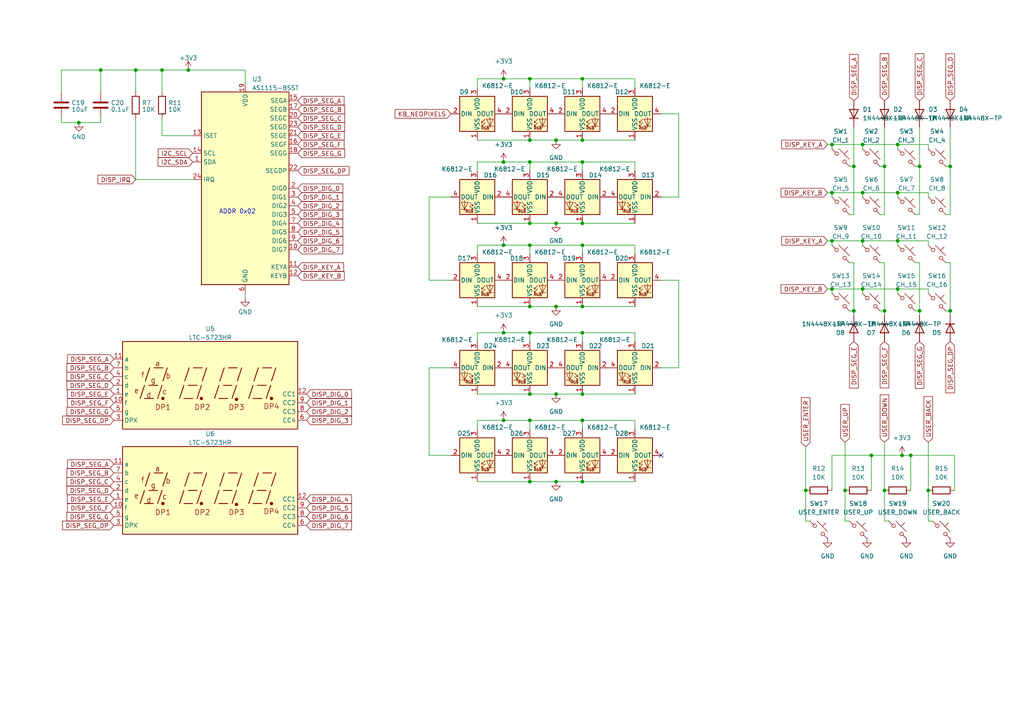
<source format=kicad_sch>
(kicad_sch (version 20250114) (generator "eeschema") (generator_version "9.0")
  (paper "A4")
  (lib_symbols
    (symbol "+3V3_1" (power) (pin_numbers (hide yes)) (pin_names (offset 0) (hide yes))
      (property "Value" "+3V3" (at 0 3.556 0))
      (symbol "+3V3_1_1_1"
        (pin power_in line (at 0 0 90) (length 0) (name "~") (number "1"))
      )
    )
    (symbol "+3V3_2" (power) (pin_numbers (hide yes)) (pin_names (offset 0) (hide yes))
      (property "Value" "+3V3" (at 0 3.556 0))
      (symbol "+3V3_2_1_1"
        (pin power_in line (at 0 0 90) (length 0) (name "~") (number "1"))
      )
    )
    (symbol "Device:C" (pin_numbers (hide yes)) (pin_names (offset 0.254))
      (property "Reference" "C" (at 0.635 2.54 0))
      (property "Value" "C" (at 0.635 -2.54 0))
      (symbol "C_1_1"
        (pin passive line (at 0 3.81 270) (length 2.794) (name "~") (number "1"))
        (pin passive line (at 0 -3.81 90) (length 2.794) (name "~") (number "2"))
      )
    )
    (symbol "Device:D" (pin_numbers (hide yes)) (pin_names (offset 1.016) (hide yes))
      (property "Reference" "D" (at 0 2.54 0))
      (property "Value" "D" (at 0 -2.54 0))
      (symbol "D_1_1"
        (pin passive line (at -3.81 0 0) (length 2.54) (name "K") (number "1"))
        (pin passive line (at 3.81 0 180) (length 2.54) (name "A") (number "2"))
      )
    )
    (symbol "Device:R" (pin_numbers (hide yes)) (pin_names (offset 0))
      (property "Reference" "R" (at 2.032 0 90))
      (property "Value" "R" (at 0 0 90))
      (symbol "R_1_1"
        (pin passive line (at 0 3.81 270) (length 1.27) (name "~") (number "1"))
        (pin passive line (at 0 -3.81 90) (length 1.27) (name "~") (number "2"))
      )
    )
    (symbol "Display_Character:CC56-12CGKWA"
      (property "Reference" "U" (at -24.13 13.97 0))
      (property "Value" "CC56-12CGKWA" (at 17.78 13.97 0))
      (symbol "CC56-12CGKWA_0_0"
        (text "e" (at -21.336 -1.524 0) (effects (font (size 1.524 1.524))))
        (text "f" (at -19.558 3.048 0) (effects (font (size 1.524 1.524))))
        (text "d" (at -17.78 -2.794 0) (effects (font (size 1.524 1.524))))
        (text "g" (at -16.51 1.524 0) (effects (font (size 1.524 1.524))))
        (text "a" (at -15.24 6.35 0) (effects (font (size 1.524 1.524))))
        (text "DP1" (at -13.716 -6.35 0) (effects (font (size 1.524 1.524))))
        (text "c" (at -13.208 -1.778 0) (effects (font (size 1.524 1.524))))
        (text "b" (at -12.192 2.794 0) (effects (font (size 1.524 1.524))))
        (text "DP2" (at -2.286 -6.35 0) (effects (font (size 1.524 1.524))))
        (text "DP3" (at 7.62 -6.35 0) (effects (font (size 1.524 1.524))))
        (text "DP4" (at 17.78 -6.096 0) (effects (font (size 1.524 1.524))))
      )
      (symbol "CC56-12CGKWA_1_1"
        (pin input line (at -27.94 7.62 0) (length 2.54) (name "a") (number "11"))
        (pin input line (at -27.94 5.08 0) (length 2.54) (name "b") (number "7"))
        (pin input line (at -27.94 2.54 0) (length 2.54) (name "c") (number "4"))
        (pin input line (at -27.94 0 0) (length 2.54) (name "d") (number "2"))
        (pin input line (at -27.94 -2.54 0) (length 2.54) (name "e") (number "1"))
        (pin input line (at -27.94 -5.08 0) (length 2.54) (name "f") (number "10"))
        (pin input line (at -27.94 -7.62 0) (length 2.54) (name "g") (number "5"))
        (pin input line (at -27.94 -10.16 0) (length 2.54) (name "DPX") (number "3"))
        (pin input line (at 27.94 -2.54 180) (length 2.54) (name "CC1") (number "12"))
        (pin input line (at 27.94 -5.08 180) (length 2.54) (name "CC2") (number "9"))
        (pin input line (at 27.94 -7.62 180) (length 2.54) (name "CC3") (number "8"))
        (pin input line (at 27.94 -10.16 180) (length 2.54) (name "CC4") (number "6"))
      )
    )
    (symbol "GND_1" (power) (pin_numbers (hide yes)) (pin_names (offset 0) (hide yes))
      (property "Value" "GND" (at 0 -3.81 0))
      (symbol "GND_1_1_1"
        (pin power_in line (at 0 0 270) (length 0) (name "~") (number "1"))
      )
    )
    (symbol "GND_2" (power) (pin_numbers (hide yes)) (pin_names (offset 0) (hide yes))
      (property "Value" "GND" (at 0 -3.81 0))
      (symbol "GND_2_1_1"
        (pin power_in line (at 0 0 270) (length 0) (name "~") (number "1"))
      )
    )
    (symbol "GND_3" (power) (pin_numbers (hide yes)) (pin_names (offset 0) (hide yes))
      (property "Value" "GND" (at 0 -3.81 0))
      (symbol "GND_3_1_1"
        (pin power_in line (at 0 0 270) (length 0) (name "~") (number "1"))
      )
    )
    (symbol "GND_4" (power) (pin_numbers (hide yes)) (pin_names (offset 0) (hide yes))
      (property "Value" "GND" (at 0 -3.81 0))
      (symbol "GND_4_1_1"
        (pin power_in line (at 0 0 270) (length 0) (name "~") (number "1"))
      )
    )
    (symbol "GND_5" (power) (pin_numbers (hide yes)) (pin_names (offset 0) (hide yes))
      (property "Value" "GND" (at 0 -3.81 0))
      (symbol "GND_5_1_1"
        (pin power_in line (at 0 0 270) (length 0) (name "~") (number "1"))
      )
    )
    (symbol "GND_6" (power) (pin_numbers (hide yes)) (pin_names (offset 0) (hide yes))
      (property "Value" "GND" (at 0 -3.81 0))
      (symbol "GND_6_1_1"
        (pin power_in line (at 0 0 270) (length 0) (name "~") (number "1"))
      )
    )
    (symbol "Interface_Expansion:AS1115-BSST"
      (property "Reference" "U" (at -10.16 29.21 0))
      (property "Value" "AS1115-BSST" (at 2.54 29.21 0))
      (symbol "AS1115-BSST_1_1"
        (pin passive line (at -15.24 15.24 0) (length 2.54) (name "ISET") (number "13"))
        (pin input line (at -15.24 10.16 0) (length 2.54) (name "SCL") (number "14"))
        (pin bidirectional line (at -15.24 7.62 0) (length 2.54) (name "SDA") (number "1"))
        (pin open_collector line (at -15.24 2.54 0) (length 2.54) (name "IRQ") (number "24"))
        (pin power_in line (at 0 30.48 270) (length 2.54) (name "VDD") (number "19"))
        (pin power_in line (at 0 -30.48 90) (length 2.54) (name "GND") (number "6"))
        (pin output line (at 15.24 25.4 180) (length 2.54) (name "SEGA") (number "15"))
        (pin output line (at 15.24 22.86 180) (length 2.54) (name "SEGB") (number "17"))
        (pin output line (at 15.24 20.32 180) (length 2.54) (name "SEGC") (number "20"))
        (pin output line (at 15.24 17.78 180) (length 2.54) (name "SEGD") (number "23"))
        (pin output line (at 15.24 15.24 180) (length 2.54) (name "SEGE") (number "21"))
        (pin output line (at 15.24 12.7 180) (length 2.54) (name "SEGF") (number "16"))
        (pin output line (at 15.24 10.16 180) (length 2.54) (name "SEGG") (number "18"))
        (pin output line (at 15.24 5.08 180) (length 2.54) (name "SEGDP") (number "22"))
        (pin open_collector line (at 15.24 0 180) (length 2.54) (name "DIG0") (number "2"))
        (pin open_collector line (at 15.24 -2.54 180) (length 2.54) (name "DIG1") (number "3"))
        (pin open_collector line (at 15.24 -5.08 180) (length 2.54) (name "DIG2") (number "4"))
        (pin open_collector line (at 15.24 -7.62 180) (length 2.54) (name "DIG3") (number "5"))
        (pin open_collector line (at 15.24 -10.16 180) (length 2.54) (name "DIG4") (number "7"))
        (pin open_collector line (at 15.24 -12.7 180) (length 2.54) (name "DIG5") (number "8"))
        (pin open_collector line (at 15.24 -15.24 180) (length 2.54) (name "DIG6") (number "9"))
        (pin open_collector line (at 15.24 -17.78 180) (length 2.54) (name "DIG7") (number "10"))
        (pin open_collector line (at 15.24 -22.86 180) (length 2.54) (name "KEYA") (number "11"))
        (pin open_collector line (at 15.24 -25.4 180) (length 2.54) (name "KEYB") (number "12"))
      )
    )
    (symbol "LED:SK6812" (pin_names (offset 0.254))
      (property "Reference" "D" (at 5.08 5.715 0))
      (property "Value" "SK6812" (at 1.27 -5.715 0))
      (symbol "SK6812_0_0"
        (text "RGB" (at 2.286 -4.191 0) (effects (font (size 0.762 0.762))))
      )
      (symbol "SK6812_1_1"
        (pin input line (at -7.62 0 0) (length 2.54) (name "DIN") (number "2"))
        (pin power_in line (at 0 7.62 270) (length 2.54) (name "VDD") (number "3"))
        (pin power_in line (at 0 -7.62 90) (length 2.54) (name "VSS") (number "1"))
        (pin output line (at 7.62 0 180) (length 2.54) (name "DOUT") (number "4"))
      )
    )
    (symbol "Switch:SW_Push_45deg" (pin_numbers (hide yes)) (pin_names (offset 1.016) (hide yes))
      (property "Reference" "SW" (at 3.048 1.016 0))
      (property "Value" "SW_Push_45deg" (at 0 -3.81 0))
      (symbol "SW_Push_45deg_0_1"
        (pin passive line (at -2.54 2.54 0) (length 0) (name "1") (number "1"))
        (pin passive line (at 2.54 -2.54 180) (length 0) (name "2") (number "2"))
      )
    )
    (symbol "power:+3V3" (power) (pin_names (offset 0))
      (property "Value" "+3V3" (at 0 3.556 0))
      (symbol "+3V3_1_1"
        (pin power_in line (at 0 0 90) (length 0) (hide yes) (name "+3V3") (number "1"))
      )
    )
    (symbol "power:GND" (power) (pin_names (offset 0))
      (property "Value" "GND" (at 0 -3.81 0))
      (symbol "GND_1_1"
        (pin power_in line (at 0 0 270) (length 0) (hide yes) (name "GND") (number "1"))
      )
    )
  )
  (text "ADDR 0x02" (at 63.5 62.23 0) (effects (font (size 1.27 1.27)) (justify left bottom)))
  (junction (at 256.54 48.26))
  (junction (at 54.61 20.32))
  (junction (at 153.67 114.3))
  (junction (at 260.35 55.88))
  (junction (at 46.99 20.32))
  (junction (at 245.11 142.24))
  (junction (at 275.59 90.17))
  (junction (at 241.3 41.91))
  (junction (at 260.35 41.91))
  (junction (at 252.73 132.08))
  (junction (at 168.91 46.99))
  (junction (at 168.91 22.86))
  (junction (at 146.05 96.52))
  (junction (at 161.29 88.9))
  (junction (at 256.54 90.17))
  (junction (at 241.3 55.88))
  (junction (at 233.68 142.24))
  (junction (at 241.3 83.82))
  (junction (at 153.67 40.64))
  (junction (at 153.67 46.99))
  (junction (at 146.05 46.99))
  (junction (at 161.29 40.64))
  (junction (at 241.3 69.85))
  (junction (at 29.21 20.32))
  (junction (at 153.67 121.92))
  (junction (at 168.91 64.77))
  (junction (at 22.86 35.56))
  (junction (at 168.91 40.64))
  (junction (at 168.91 96.52))
  (junction (at 168.91 88.9))
  (junction (at 161.29 64.77))
  (junction (at 146.05 71.12))
  (junction (at 153.67 88.9))
  (junction (at 250.19 41.91))
  (junction (at 161.29 139.7))
  (junction (at 168.91 71.12))
  (junction (at 250.19 69.85))
  (junction (at 256.54 142.24))
  (junction (at 269.24 142.24))
  (junction (at 264.16 132.08))
  (junction (at 168.91 139.7))
  (junction (at 39.37 20.32))
  (junction (at 161.29 114.3))
  (junction (at 247.65 48.26))
  (junction (at 168.91 121.92))
  (junction (at 266.7 48.26))
  (junction (at 153.67 64.77))
  (junction (at 247.65 90.17))
  (junction (at 250.19 83.82))
  (junction (at 260.35 83.82))
  (junction (at 168.91 114.3))
  (junction (at 260.35 69.85))
  (junction (at 275.59 48.26))
  (junction (at 153.67 71.12))
  (junction (at 250.19 55.88))
  (junction (at 146.05 22.86))
  (junction (at 153.67 139.7))
  (junction (at 153.67 22.86))
  (junction (at 153.67 96.52))
  (junction (at 261.62 132.08))
  (junction (at 146.05 121.92))
  (junction (at 266.7 90.17))
  (no_connect (at 191.77 132.08))
  (wire (pts (xy 55.88 39.37) (xy 46.99 39.37)))
  (wire (pts (xy 241.3 69.85) (xy 241.3 71.12)))
  (wire (pts (xy 153.67 71.12) (xy 168.91 71.12)))
  (wire (pts (xy 266.7 90.17) (xy 266.7 76.2)))
  (wire (pts (xy 256.54 128.27) (xy 256.54 142.24)))
  (wire (pts (xy 264.16 132.08) (xy 264.16 142.24)))
  (wire (pts (xy 54.61 20.32) (xy 46.99 20.32)))
  (wire (pts (xy 256.54 36.83) (xy 256.54 48.26)))
  (wire (pts (xy 138.43 114.3) (xy 153.67 114.3)))
  (wire (pts (xy 196.85 81.28) (xy 196.85 106.68)))
  (wire (pts (xy 245.11 128.27) (xy 245.11 142.24)))
  (wire (pts (xy 275.59 36.83) (xy 275.59 48.26)))
  (wire (pts (xy 153.67 96.52) (xy 153.67 99.06)))
  (wire (pts (xy 184.15 96.52) (xy 184.15 99.06)))
  (wire (pts (xy 138.43 139.7) (xy 153.67 139.7)))
  (wire (pts (xy 269.24 55.88) (xy 269.24 57.15)))
  (wire (pts (xy 250.19 55.88) (xy 250.19 57.15)))
  (wire (pts (xy 250.19 55.88) (xy 260.35 55.88)))
  (wire (pts (xy 153.67 46.99) (xy 168.91 46.99)))
  (wire (pts (xy 241.3 41.91) (xy 250.19 41.91)))
  (wire (pts (xy 269.24 83.82) (xy 269.24 85.09)))
  (wire (pts (xy 184.15 121.92) (xy 184.15 124.46)))
  (wire (pts (xy 241.3 69.85) (xy 250.19 69.85)))
  (wire (pts (xy 46.99 39.37) (xy 46.99 34.29)))
  (wire (pts (xy 124.46 57.15) (xy 124.46 81.28)))
  (wire (pts (xy 266.7 91.44) (xy 266.7 90.17)))
  (wire (pts (xy 256.54 91.44) (xy 256.54 90.17)))
  (wire (pts (xy 138.43 73.66) (xy 138.43 71.12)))
  (wire (pts (xy 269.24 142.24) (xy 269.24 151.13)))
  (wire (pts (xy 39.37 20.32) (xy 29.21 20.32)))
  (wire (pts (xy 241.3 55.88) (xy 250.19 55.88)))
  (wire (pts (xy 161.29 88.9) (xy 168.91 88.9)))
  (wire (pts (xy 275.59 76.2) (xy 274.32 76.2)))
  (wire (pts (xy 256.54 48.26) (xy 256.54 62.23)))
  (wire (pts (xy 29.21 35.56) (xy 29.21 34.29)))
  (wire (pts (xy 153.67 40.64) (xy 161.29 40.64)))
  (wire (pts (xy 191.77 33.02) (xy 196.85 33.02)))
  (wire (pts (xy 241.3 55.88) (xy 241.3 57.15)))
  (wire (pts (xy 184.15 22.86) (xy 184.15 25.4)))
  (wire (pts (xy 240.03 69.85) (xy 241.3 69.85)))
  (wire (pts (xy 168.91 71.12) (xy 184.15 71.12)))
  (wire (pts (xy 146.05 96.52) (xy 153.67 96.52)))
  (wire (pts (xy 153.67 139.7) (xy 161.29 139.7)))
  (wire (pts (xy 168.91 96.52) (xy 184.15 96.52)))
  (wire (pts (xy 264.16 132.08) (xy 261.62 132.08)))
  (wire (pts (xy 29.21 20.32) (xy 29.21 26.67)))
  (wire (pts (xy 184.15 71.12) (xy 184.15 73.66)))
  (wire (pts (xy 269.24 41.91) (xy 269.24 43.18)))
  (wire (pts (xy 247.65 91.44) (xy 247.65 90.17)))
  (wire (pts (xy 250.19 83.82) (xy 250.19 85.09)))
  (wire (pts (xy 246.38 48.26) (xy 247.65 48.26)))
  (wire (pts (xy 138.43 71.12) (xy 146.05 71.12)))
  (wire (pts (xy 138.43 96.52) (xy 146.05 96.52)))
  (wire (pts (xy 266.7 36.83) (xy 266.7 48.26)))
  (wire (pts (xy 146.05 71.12) (xy 153.67 71.12)))
  (wire (pts (xy 161.29 40.64) (xy 168.91 40.64)))
  (wire (pts (xy 153.67 22.86) (xy 153.67 25.4)))
  (wire (pts (xy 184.15 46.99) (xy 184.15 49.53)))
  (wire (pts (xy 17.78 34.29) (xy 17.78 35.56)))
  (wire (pts (xy 71.12 85.09) (xy 71.12 86.36)))
  (wire (pts (xy 247.65 48.26) (xy 247.65 62.23)))
  (wire (pts (xy 260.35 83.82) (xy 260.35 85.09)))
  (wire (pts (xy 247.65 90.17) (xy 247.65 76.2)))
  (wire (pts (xy 161.29 139.7) (xy 168.91 139.7)))
  (wire (pts (xy 17.78 35.56) (xy 22.86 35.56)))
  (wire (pts (xy 260.35 41.91) (xy 269.24 41.91)))
  (wire (pts (xy 241.3 83.82) (xy 241.3 85.09)))
  (wire (pts (xy 153.67 46.99) (xy 153.67 49.53)))
  (wire (pts (xy 233.68 151.13) (xy 234.95 151.13)))
  (wire (pts (xy 255.27 48.26) (xy 256.54 48.26)))
  (wire (pts (xy 196.85 33.02) (xy 196.85 57.15)))
  (wire (pts (xy 153.67 121.92) (xy 153.67 124.46)))
  (wire (pts (xy 153.67 71.12) (xy 153.67 73.66)))
  (wire (pts (xy 146.05 22.86) (xy 153.67 22.86)))
  (wire (pts (xy 196.85 106.68) (xy 191.77 106.68)))
  (wire (pts (xy 240.03 41.91) (xy 241.3 41.91)))
  (wire (pts (xy 138.43 99.06) (xy 138.43 96.52)))
  (wire (pts (xy 168.91 139.7) (xy 184.15 139.7)))
  (wire (pts (xy 22.86 35.56) (xy 29.21 35.56)))
  (wire (pts (xy 191.77 81.28) (xy 196.85 81.28)))
  (wire (pts (xy 138.43 46.99) (xy 146.05 46.99)))
  (wire (pts (xy 39.37 20.32) (xy 39.37 26.67)))
  (wire (pts (xy 168.91 22.86) (xy 168.91 25.4)))
  (wire (pts (xy 247.65 62.23) (xy 246.38 62.23)))
  (wire (pts (xy 260.35 69.85) (xy 260.35 71.12)))
  (wire (pts (xy 260.35 41.91) (xy 260.35 43.18)))
  (wire (pts (xy 275.59 62.23) (xy 274.32 62.23)))
  (wire (pts (xy 168.91 114.3) (xy 184.15 114.3)))
  (wire (pts (xy 252.73 132.08) (xy 252.73 142.24)))
  (wire (pts (xy 124.46 132.08) (xy 130.81 132.08)))
  (wire (pts (xy 233.68 129.54) (xy 233.68 142.24)))
  (wire (pts (xy 241.3 83.82) (xy 250.19 83.82)))
  (wire (pts (xy 245.11 142.24) (xy 245.11 151.13)))
  (wire (pts (xy 146.05 46.99) (xy 153.67 46.99)))
  (wire (pts (xy 266.7 62.23) (xy 265.43 62.23)))
  (wire (pts (xy 260.35 83.82) (xy 269.24 83.82)))
  (wire (pts (xy 274.32 48.26) (xy 275.59 48.26)))
  (wire (pts (xy 269.24 69.85) (xy 269.24 71.12)))
  (wire (pts (xy 29.21 20.32) (xy 17.78 20.32)))
  (wire (pts (xy 250.19 69.85) (xy 260.35 69.85)))
  (wire (pts (xy 252.73 132.08) (xy 261.62 132.08)))
  (wire (pts (xy 241.3 41.91) (xy 241.3 43.18)))
  (wire (pts (xy 17.78 20.32) (xy 17.78 26.67)))
  (wire (pts (xy 266.7 76.2) (xy 265.43 76.2)))
  (wire (pts (xy 39.37 52.07) (xy 39.37 34.29)))
  (wire (pts (xy 274.32 90.17) (xy 275.59 90.17)))
  (wire (pts (xy 153.67 88.9) (xy 161.29 88.9)))
  (wire (pts (xy 265.43 48.26) (xy 266.7 48.26)))
  (wire (pts (xy 247.65 36.83) (xy 247.65 48.26)))
  (wire (pts (xy 168.91 46.99) (xy 184.15 46.99)))
  (wire (pts (xy 168.91 121.92) (xy 184.15 121.92)))
  (wire (pts (xy 138.43 22.86) (xy 146.05 22.86)))
  (wire (pts (xy 168.91 96.52) (xy 168.91 99.06)))
  (wire (pts (xy 138.43 88.9) (xy 153.67 88.9)))
  (wire (pts (xy 275.59 91.44) (xy 275.59 90.17)))
  (wire (pts (xy 265.43 90.17) (xy 266.7 90.17)))
  (wire (pts (xy 247.65 76.2) (xy 246.38 76.2)))
  (wire (pts (xy 256.54 142.24) (xy 256.54 151.13)))
  (wire (pts (xy 168.91 40.64) (xy 184.15 40.64)))
  (wire (pts (xy 246.38 90.17) (xy 247.65 90.17)))
  (wire (pts (xy 153.67 121.92) (xy 168.91 121.92)))
  (wire (pts (xy 138.43 64.77) (xy 153.67 64.77)))
  (wire (pts (xy 138.43 25.4) (xy 138.43 22.86)))
  (wire (pts (xy 260.35 55.88) (xy 260.35 57.15)))
  (wire (pts (xy 46.99 20.32) (xy 46.99 26.67)))
  (wire (pts (xy 245.11 151.13) (xy 246.38 151.13)))
  (wire (pts (xy 250.19 41.91) (xy 250.19 43.18)))
  (wire (pts (xy 196.85 57.15) (xy 191.77 57.15)))
  (wire (pts (xy 255.27 90.17) (xy 256.54 90.17)))
  (wire (pts (xy 241.3 132.08) (xy 252.73 132.08)))
  (wire (pts (xy 138.43 40.64) (xy 153.67 40.64)))
  (wire (pts (xy 256.54 151.13) (xy 257.81 151.13)))
  (wire (pts (xy 168.91 88.9) (xy 184.15 88.9)))
  (wire (pts (xy 146.05 121.92) (xy 153.67 121.92)))
  (wire (pts (xy 250.19 83.82) (xy 260.35 83.82)))
  (wire (pts (xy 256.54 76.2) (xy 255.27 76.2)))
  (wire (pts (xy 168.91 22.86) (xy 184.15 22.86)))
  (wire (pts (xy 250.19 41.91) (xy 260.35 41.91)))
  (wire (pts (xy 153.67 64.77) (xy 161.29 64.77)))
  (wire (pts (xy 168.91 71.12) (xy 168.91 73.66)))
  (wire (pts (xy 161.29 114.3) (xy 168.91 114.3)))
  (wire (pts (xy 168.91 64.77) (xy 184.15 64.77)))
  (wire (pts (xy 124.46 106.68) (xy 124.46 132.08)))
  (wire (pts (xy 260.35 55.88) (xy 269.24 55.88)))
  (wire (pts (xy 71.12 20.32) (xy 54.61 20.32)))
  (wire (pts (xy 275.59 90.17) (xy 275.59 76.2)))
  (wire (pts (xy 260.35 69.85) (xy 269.24 69.85)))
  (wire (pts (xy 168.91 121.92) (xy 168.91 124.46)))
  (wire (pts (xy 266.7 48.26) (xy 266.7 62.23)))
  (wire (pts (xy 240.03 55.88) (xy 241.3 55.88)))
  (wire (pts (xy 250.19 69.85) (xy 250.19 71.12)))
  (wire (pts (xy 233.68 142.24) (xy 233.68 151.13)))
  (wire (pts (xy 130.81 106.68) (xy 124.46 106.68)))
  (wire (pts (xy 124.46 81.28) (xy 130.81 81.28)))
  (wire (pts (xy 269.24 128.27) (xy 269.24 142.24)))
  (wire (pts (xy 276.86 142.24) (xy 276.86 132.08)))
  (wire (pts (xy 256.54 62.23) (xy 255.27 62.23)))
  (wire (pts (xy 276.86 132.08) (xy 264.16 132.08)))
  (wire (pts (xy 256.54 90.17) (xy 256.54 76.2)))
  (wire (pts (xy 55.88 52.07) (xy 39.37 52.07)))
  (wire (pts (xy 130.81 57.15) (xy 124.46 57.15)))
  (wire (pts (xy 71.12 24.13) (xy 71.12 20.32)))
  (wire (pts (xy 153.67 22.86) (xy 168.91 22.86)))
  (wire (pts (xy 138.43 49.53) (xy 138.43 46.99)))
  (wire (pts (xy 153.67 114.3) (xy 161.29 114.3)))
  (wire (pts (xy 161.29 64.77) (xy 168.91 64.77)))
  (wire (pts (xy 241.3 142.24) (xy 241.3 132.08)))
  (wire (pts (xy 138.43 121.92) (xy 146.05 121.92)))
  (wire (pts (xy 168.91 46.99) (xy 168.91 49.53)))
  (wire (pts (xy 46.99 20.32) (xy 39.37 20.32)))
  (wire (pts (xy 153.67 96.52) (xy 168.91 96.52)))
  (wire (pts (xy 269.24 151.13) (xy 270.51 151.13)))
  (wire (pts (xy 138.43 124.46) (xy 138.43 121.92)))
  (wire (pts (xy 275.59 48.26) (xy 275.59 62.23)))
  (wire (pts (xy 240.03 83.82) (xy 241.3 83.82)))
  (global_label "DISP_SEG_B" (shape input) (at 256.54 29.21 90) (property "Intersheetrefs" "${INTERSHEET_REFS}" (effects (hide yes))))
  (global_label "DISP_DIG_2" (shape input) (at 86.36 59.69 0) (property "Intersheetrefs" "${INTERSHEET_REFS}" (effects (hide yes))))
  (global_label "DISP_KEY_B" (shape input) (at 86.36 80.01 0) (property "Intersheetrefs" "${INTERSHEET_REFS}" (effects (hide yes))))
  (global_label "I2C_SDA" (shape input) (at 55.88 46.99 180) (property "Intersheetrefs" "${INTERSHEET_REFS}" (effects (hide yes))))
  (global_label "I2C_SCL" (shape input) (at 55.88 44.45 180) (property "Intersheetrefs" "${INTERSHEET_REFS}" (effects (hide yes))))
  (global_label "DISP_SEG_E" (shape input) (at 33.02 144.78 180) (property "Intersheetrefs" "${INTERSHEET_REFS}" (effects (hide yes))))
  (global_label "DISP_KEY_B" (shape input) (at 240.03 55.88 180) (property "Intersheetrefs" "${INTERSHEET_REFS}" (effects (hide yes))))
  (global_label "USER_UP" (shape input) (at 245.11 128.27 90) (property "Intersheetrefs" "${INTERSHEET_REFS}" (effects (hide yes))))
  (global_label "DISP_SEG_E" (shape input) (at 247.65 99.06 270) (property "Intersheetrefs" "${INTERSHEET_REFS}" (effects (hide yes))))
  (global_label "DISP_SEG_F" (shape input) (at 33.02 147.32 180) (property "Intersheetrefs" "${INTERSHEET_REFS}" (effects (hide yes))))
  (global_label "DISP_DIG_5" (shape input) (at 86.36 67.31 0) (property "Intersheetrefs" "${INTERSHEET_REFS}" (effects (hide yes))))
  (global_label "DISP_DIG_4" (shape input) (at 88.9 144.78 0) (property "Intersheetrefs" "${INTERSHEET_REFS}" (effects (hide yes))))
  (global_label "DISP_DIG_3" (shape input) (at 88.9 121.92 0) (property "Intersheetrefs" "${INTERSHEET_REFS}" (effects (hide yes))))
  (global_label "DISP_SEG_C" (shape input) (at 266.7 29.21 90) (property "Intersheetrefs" "${INTERSHEET_REFS}" (effects (hide yes))))
  (global_label "DISP_DIG_0" (shape input) (at 88.9 114.3 0) (property "Intersheetrefs" "${INTERSHEET_REFS}" (effects (hide yes))))
  (global_label "DISP_KEY_A" (shape input) (at 86.36 77.47 0) (property "Intersheetrefs" "${INTERSHEET_REFS}" (effects (hide yes))))
  (global_label "DISP_KEY_B" (shape input) (at 240.03 83.82 180) (property "Intersheetrefs" "${INTERSHEET_REFS}" (effects (hide yes))))
  (global_label "DISP_IRQ" (shape input) (at 39.37 52.07 180) (property "Intersheetrefs" "${INTERSHEET_REFS}" (effects (hide yes))))
  (global_label "DISP_SEG_G" (shape input) (at 266.7 99.06 270) (property "Intersheetrefs" "${INTERSHEET_REFS}" (effects (hide yes))))
  (global_label "DISP_SEG_C" (shape input) (at 33.02 109.22 180) (property "Intersheetrefs" "${INTERSHEET_REFS}" (effects (hide yes))))
  (global_label "DISP_SEG_D" (shape input) (at 33.02 142.24 180) (property "Intersheetrefs" "${INTERSHEET_REFS}" (effects (hide yes))))
  (global_label "DISP_DIG_7" (shape input) (at 88.9 152.4 0) (property "Intersheetrefs" "${INTERSHEET_REFS}" (effects (hide yes))))
  (global_label "DISP_SEG_E" (shape input) (at 86.36 39.37 0) (property "Intersheetrefs" "${INTERSHEET_REFS}" (effects (hide yes))))
  (global_label "DISP_SEG_F" (shape input) (at 256.54 99.06 270) (property "Intersheetrefs" "${INTERSHEET_REFS}" (effects (hide yes))))
  (global_label "DISP_DIG_6" (shape input) (at 86.36 69.85 0) (property "Intersheetrefs" "${INTERSHEET_REFS}" (effects (hide yes))))
  (global_label "DISP_SEG_C" (shape input) (at 86.36 34.29 0) (property "Intersheetrefs" "${INTERSHEET_REFS}" (effects (hide yes))))
  (global_label "DISP_SEG_D" (shape input) (at 275.59 29.21 90) (property "Intersheetrefs" "${INTERSHEET_REFS}" (effects (hide yes))))
  (global_label "USER_BACK" (shape input) (at 269.24 128.27 90) (property "Intersheetrefs" "${INTERSHEET_REFS}" (effects (hide yes))))
  (global_label "DISP_SEG_DP" (shape input) (at 33.02 152.4 180) (property "Intersheetrefs" "${INTERSHEET_REFS}" (effects (hide yes))))
  (global_label "DISP_SEG_G" (shape input) (at 33.02 119.38 180) (property "Intersheetrefs" "${INTERSHEET_REFS}" (effects (hide yes))))
  (global_label "DISP_DIG_1" (shape input) (at 86.36 57.15 0) (property "Intersheetrefs" "${INTERSHEET_REFS}" (effects (hide yes))))
  (global_label "DISP_SEG_F" (shape input) (at 86.36 41.91 0) (property "Intersheetrefs" "${INTERSHEET_REFS}" (effects (hide yes))))
  (global_label "DISP_SEG_DP" (shape input) (at 33.02 121.92 180) (property "Intersheetrefs" "${INTERSHEET_REFS}" (effects (hide yes))))
  (global_label "DISP_DIG_2" (shape input) (at 88.9 119.38 0) (property "Intersheetrefs" "${INTERSHEET_REFS}" (effects (hide yes))))
  (global_label "DISP_SEG_B" (shape input) (at 33.02 106.68 180) (property "Intersheetrefs" "${INTERSHEET_REFS}" (effects (hide yes))))
  (global_label "USER_DOWN" (shape input) (at 256.54 128.27 90) (property "Intersheetrefs" "${INTERSHEET_REFS}" (effects (hide yes))))
  (global_label "USER_ENTER" (shape input) (at 233.68 129.54 90) (property "Intersheetrefs" "${INTERSHEET_REFS}" (effects (hide yes))))
  (global_label "DISP_DIG_5" (shape input) (at 88.9 147.32 0) (property "Intersheetrefs" "${INTERSHEET_REFS}" (effects (hide yes))))
  (global_label "DISP_SEG_D" (shape input) (at 33.02 111.76 180) (property "Intersheetrefs" "${INTERSHEET_REFS}" (effects (hide yes))))
  (global_label "DISP_DIG_3" (shape input) (at 86.36 62.23 0) (property "Intersheetrefs" "${INTERSHEET_REFS}" (effects (hide yes))))
  (global_label "DISP_SEG_F" (shape input) (at 33.02 116.84 180) (property "Intersheetrefs" "${INTERSHEET_REFS}" (effects (hide yes))))
  (global_label "DISP_KEY_A" (shape input) (at 240.03 41.91 180) (property "Intersheetrefs" "${INTERSHEET_REFS}" (effects (hide yes))))
  (global_label "DISP_DIG_4" (shape input) (at 86.36 64.77 0) (property "Intersheetrefs" "${INTERSHEET_REFS}" (effects (hide yes))))
  (global_label "DISP_DIG_1" (shape input) (at 88.9 116.84 0) (property "Intersheetrefs" "${INTERSHEET_REFS}" (effects (hide yes))))
  (global_label "KB_NEOPIXELS" (shape input) (at 130.81 33.02 180) (property "Intersheetrefs" "${INTERSHEET_REFS}" (effects (hide yes))))
  (global_label "DISP_SEG_A" (shape input) (at 33.02 134.62 180) (property "Intersheetrefs" "${INTERSHEET_REFS}" (effects (hide yes))))
  (global_label "DISP_DIG_6" (shape input) (at 88.9 149.86 0) (property "Intersheetrefs" "${INTERSHEET_REFS}" (effects (hide yes))))
  (global_label "DISP_SEG_G" (shape input) (at 86.36 44.45 0) (property "Intersheetrefs" "${INTERSHEET_REFS}" (effects (hide yes))))
  (global_label "DISP_SEG_DP" (shape input) (at 275.59 99.06 270) (property "Intersheetrefs" "${INTERSHEET_REFS}" (effects (hide yes))))
  (global_label "DISP_SEG_A" (shape input) (at 247.65 29.21 90) (property "Intersheetrefs" "${INTERSHEET_REFS}" (effects (hide yes))))
  (global_label "DISP_KEY_A" (shape input) (at 240.03 69.85 180) (property "Intersheetrefs" "${INTERSHEET_REFS}" (effects (hide yes))))
  (global_label "DISP_DIG_0" (shape input) (at 86.36 54.61 0) (property "Intersheetrefs" "${INTERSHEET_REFS}" (effects (hide yes))))
  (global_label "DISP_SEG_D" (shape input) (at 86.36 36.83 0) (property "Intersheetrefs" "${INTERSHEET_REFS}" (effects (hide yes))))
  (global_label "DISP_SEG_B" (shape input) (at 86.36 31.75 0) (property "Intersheetrefs" "${INTERSHEET_REFS}" (effects (hide yes))))
  (global_label "DISP_SEG_DP" (shape input) (at 86.36 49.53 0) (property "Intersheetrefs" "${INTERSHEET_REFS}" (effects (hide yes))))
  (global_label "DISP_SEG_E" (shape input) (at 33.02 114.3 180) (property "Intersheetrefs" "${INTERSHEET_REFS}" (effects (hide yes))))
  (global_label "DISP_SEG_C" (shape input) (at 33.02 139.7 180) (property "Intersheetrefs" "${INTERSHEET_REFS}" (effects (hide yes))))
  (global_label "DISP_SEG_B" (shape input) (at 33.02 137.16 180) (property "Intersheetrefs" "${INTERSHEET_REFS}" (effects (hide yes))))
  (global_label "DISP_SEG_G" (shape input) (at 33.02 149.86 180) (property "Intersheetrefs" "${INTERSHEET_REFS}" (effects (hide yes))))
  (global_label "DISP_DIG_7" (shape input) (at 86.36 72.39 0) (property "Intersheetrefs" "${INTERSHEET_REFS}" (effects (hide yes))))
  (global_label "DISP_SEG_A" (shape input) (at 33.02 104.14 180) (property "Intersheetrefs" "${INTERSHEET_REFS}" (effects (hide yes))))
  (global_label "DISP_SEG_A" (shape input) (at 86.36 29.21 0) (property "Intersheetrefs" "${INTERSHEET_REFS}" (effects (hide yes))))
  (symbol (lib_id "LED:SK6812") (at 138.43 106.68 0) (mirror y) (unit 1)
    (property "Reference" "D24" (at 142.24 100.33 0))
    (property "Value" "K6812-E" (at 132.588 98.552 0))
    (property "Footprint" "Library:4960_ADA" (effects (hide yes)))
    (property "Datasheet" "https://cdn-shop.adafruit.com/product-files/1138/SK6812+LED+datasheet+.pdf" (effects (hide yes)))
    (property "Description" "RGB LED with integrated controller" (effects (hide yes)))
    (property "Digikey Part Number" "1528-4960-ND" (effects (hide yes)))
  )
  (symbol (lib_id "LED:SK6812") (at 168.91 132.08 0) (unit 1)
    (property "Reference" "D27" (at 165.1 125.73 0))
    (property "Value" "K6812-E" (at 174.752 123.952 0))
    (property "Footprint" "Library:4960_ADA" (effects (hide yes)))
    (property "Datasheet" "https://cdn-shop.adafruit.com/product-files/1138/SK6812+LED+datasheet+.pdf" (effects (hide yes)))
    (property "Description" "RGB LED with integrated controller" (effects (hide yes)))
    (property "Digikey Part Number" "1528-4960-ND" (effects (hide yes)))
  )
  (symbol (lib_id "Switch:SW_Push_45deg") (at 243.84 73.66 0) (unit 1)
    (property "Reference" "SW9" (at 243.84 66.04 0))
    (property "Value" "CH_9" (at 243.84 68.58 0))
    (property "Footprint" "Button_Switch_Keyboard:SW_Cherry_MX_1.00u_PCB" (effects (hide yes)))
    (property "Description" "Push button switch, normally open, two pins, 45° tilted" (effects (hide yes)))
  )
  (symbol (lib_name "GND_1") (lib_id "power:GND") (at 251.46 156.21 0) (unit 1)
    (property "Reference" "#PWR027" (effects (hide yes)))
    (property "Value" "GND" (at 251.46 161.29 0))
    (property "Description" "Power symbol creates a global label with name \"GND\" , ground" (effects (hide yes)))
  )
  (symbol (lib_name "+3V3_1") (lib_id "power:+3V3") (at 261.62 132.08 0) (unit 1)
    (property "Reference" "#PWR030" (effects (hide yes)))
    (property "Value" "+3V3" (at 261.62 127 0))
    (property "Description" "Power symbol creates a global label with name \"+3V3\"" (effects (hide yes)))
  )
  (symbol (lib_id "LED:SK6812") (at 153.67 33.02 0) (unit 1)
    (property "Reference" "D10" (at 149.86 26.67 0))
    (property "Value" "K6812-E" (at 159.512 24.892 0))
    (property "Footprint" "Library:4960_ADA" (effects (hide yes)))
    (property "Datasheet" "https://cdn-shop.adafruit.com/product-files/1138/SK6812+LED+datasheet+.pdf" (effects (hide yes)))
    (property "Description" "RGB LED with integrated controller" (effects (hide yes)))
    (property "Digikey Part Number" "1528-4960-ND" (effects (hide yes)))
  )
  (symbol (lib_id "LED:SK6812") (at 184.15 106.68 0) (mirror y) (unit 1)
    (property "Reference" "D21" (at 187.96 100.33 0))
    (property "Value" "K6812-E" (at 178.308 98.552 0))
    (property "Footprint" "Library:4960_ADA" (effects (hide yes)))
    (property "Datasheet" "https://cdn-shop.adafruit.com/product-files/1138/SK6812+LED+datasheet+.pdf" (effects (hide yes)))
    (property "Description" "RGB LED with integrated controller" (effects (hide yes)))
    (property "Digikey Part Number" "1528-4960-ND" (effects (hide yes)))
  )
  (symbol (lib_id "Device:R") (at 273.05 142.24 90) (unit 1)
    (property "Reference" "R15" (at 273.05 135.89 90))
    (property "Value" "10K" (at 273.05 138.43 90))
    (property "Footprint" "Resistor_SMD:R_0603_1608Metric" (effects (hide yes)))
    (property "Description" "Resistor" (effects (hide yes)))
    (property "Digikey Part Number" "RMCF0603JT10K0CT-ND" (effects (hide yes)))
  )
  (symbol (lib_id "Display_Character:CC56-12CGKWA") (at 60.96 111.76 0) (unit 1)
    (property "Reference" "U5" (at 60.96 95.3602 0))
    (property "Value" "LTC-5723HR" (at 60.96 97.8971 0))
    (property "Footprint" "Display_7Segment:CA56-12CGKWA" (effects (hide yes)))
    (property "Datasheet" "http://www.kingbright.com/attachments/file/psearch/000/00/00/CC56-12CGKWA(Ver.8A).pdf" (effects (hide yes)))
  )
  (symbol (lib_id "Switch:SW_Push_45deg") (at 262.89 87.63 0) (unit 1)
    (property "Reference" "SW15" (at 262.89 80.01 0))
    (property "Value" "CH_15" (at 262.89 82.55 0))
    (property "Footprint" "Button_Switch_Keyboard:SW_Cherry_MX_1.00u_PCB" (effects (hide yes)))
    (property "Description" "Push button switch, normally open, two pins, 45° tilted" (effects (hide yes)))
  )
  (symbol (lib_id "LED:SK6812") (at 153.67 57.15 0) (mirror y) (unit 1)
    (property "Reference" "D15" (at 157.48 50.8 0))
    (property "Value" "K6812-E" (at 147.828 49.022 0))
    (property "Footprint" "Library:4960_ADA" (effects (hide yes)))
    (property "Datasheet" "https://cdn-shop.adafruit.com/product-files/1138/SK6812+LED+datasheet+.pdf" (effects (hide yes)))
    (property "Description" "RGB LED with integrated controller" (effects (hide yes)))
    (property "Digikey Part Number" "1528-4960-ND" (effects (hide yes)))
  )
  (symbol (lib_id "Switch:SW_Push_45deg") (at 243.84 45.72 0) (unit 1)
    (property "Reference" "SW1" (at 243.84 38.1 0))
    (property "Value" "CH_1" (at 243.84 40.64 0))
    (property "Footprint" "Button_Switch_Keyboard:SW_Cherry_MX_1.00u_PCB" (effects (hide yes)))
    (property "Description" "Push button switch, normally open, two pins, 45° tilted" (effects (hide yes)))
  )
  (symbol (lib_id "LED:SK6812") (at 138.43 132.08 0) (unit 1)
    (property "Reference" "D25" (at 134.62 125.73 0))
    (property "Value" "K6812-E" (at 144.272 123.952 0))
    (property "Footprint" "Library:4960_ADA" (effects (hide yes)))
    (property "Datasheet" "https://cdn-shop.adafruit.com/product-files/1138/SK6812+LED+datasheet+.pdf" (effects (hide yes)))
    (property "Description" "RGB LED with integrated controller" (effects (hide yes)))
    (property "Digikey Part Number" "1528-4960-ND" (effects (hide yes)))
  )
  (symbol (lib_id "LED:SK6812") (at 168.91 57.15 0) (mirror y) (unit 1)
    (property "Reference" "D14" (at 172.72 50.8 0))
    (property "Value" "K6812-E" (at 163.068 49.022 0))
    (property "Footprint" "Library:4960_ADA" (effects (hide yes)))
    (property "Datasheet" "https://cdn-shop.adafruit.com/product-files/1138/SK6812+LED+datasheet+.pdf" (effects (hide yes)))
    (property "Description" "RGB LED with integrated controller" (effects (hide yes)))
    (property "Digikey Part Number" "1528-4960-ND" (effects (hide yes)))
  )
  (symbol (lib_name "GND_5") (lib_id "power:GND") (at 161.29 114.3 0) (unit 1)
    (property "Reference" "#PWR034" (effects (hide yes)))
    (property "Value" "GND" (at 161.29 119.38 0))
    (property "Description" "Power symbol creates a global label with name \"GND\" , ground" (effects (hide yes)))
  )
  (symbol (lib_id "Switch:SW_Push_45deg") (at 271.78 73.66 0) (unit 1)
    (property "Reference" "SW12" (at 271.78 66.04 0))
    (property "Value" "CH_12" (at 271.78 68.58 0))
    (property "Footprint" "Button_Switch_Keyboard:SW_Cherry_MX_1.00u_PCB" (effects (hide yes)))
    (property "Description" "Push button switch, normally open, two pins, 45° tilted" (effects (hide yes)))
  )
  (symbol (lib_id "Switch:SW_Push_45deg") (at 252.73 87.63 0) (unit 1)
    (property "Reference" "SW14" (at 252.73 80.01 0))
    (property "Value" "CH_14" (at 252.73 82.55 0))
    (property "Footprint" "Button_Switch_Keyboard:SW_Cherry_MX_1.00u_PCB" (effects (hide yes)))
    (property "Description" "Push button switch, normally open, two pins, 45° tilted" (effects (hide yes)))
  )
  (symbol (lib_id "Device:R") (at 46.99 30.48 0) (unit 1)
    (property "Reference" "R11" (at 48.768 29.8363 0) (effects (justify left)))
    (property "Value" "10K" (at 48.768 31.7573 0) (effects (justify left)))
    (property "Footprint" "Resistor_SMD:R_0603_1608Metric" (effects (hide yes)))
  )
  (symbol (lib_id "Device:D") (at 266.7 95.25 270) (unit 1)
    (property "Reference" "D6" (at 264.16 96.5201 90) (effects (justify right)))
    (property "Value" "1N4448X-TP" (at 264.16 93.9801 90) (effects (justify right)))
    (property "Footprint" "Diode_SMD:D_SOD-523" (effects (hide yes)))
    (property "Description" "Diode" (effects (hide yes)))
    (property "Sim.Device" "D" (effects (hide yes)))
    (property "Sim.Pins" "1=K 2=A" (effects (hide yes)))
    (property "Digikey Part Number" "1N4448XTPMSCT-ND" (effects (hide yes)))
  )
  (symbol (lib_id "Device:C") (at 17.78 30.48 0) (unit 1)
    (property "Reference" "C19" (at 20.701 29.8363 0) (effects (justify left)))
    (property "Value" "10uF" (at 20.701 31.7573 0) (effects (justify left)))
    (property "Footprint" "Capacitor_SMD:C_0603_1608Metric" (effects (hide yes)))
    (property "Digikey Part Number" "1276-1038-1-ND" (effects (hide yes)))
  )
  (symbol (lib_id "LED:SK6812") (at 153.67 132.08 0) (unit 1)
    (property "Reference" "D26" (at 149.86 125.73 0))
    (property "Value" "K6812-E" (at 159.512 123.952 0))
    (property "Footprint" "Library:4960_ADA" (effects (hide yes)))
    (property "Datasheet" "https://cdn-shop.adafruit.com/product-files/1138/SK6812+LED+datasheet+.pdf" (effects (hide yes)))
    (property "Description" "RGB LED with integrated controller" (effects (hide yes)))
    (property "Digikey Part Number" "1528-4960-ND" (effects (hide yes)))
  )
  (symbol (lib_id "Device:R") (at 260.35 142.24 90) (unit 1)
    (property "Reference" "R14" (at 260.35 135.89 90))
    (property "Value" "10K" (at 260.35 138.43 90))
    (property "Footprint" "Resistor_SMD:R_0603_1608Metric" (effects (hide yes)))
    (property "Description" "Resistor" (effects (hide yes)))
    (property "Digikey Part Number" "RMCF0603JT10K0CT-ND" (effects (hide yes)))
  )
  (symbol (lib_id "Display_Character:CC56-12CGKWA") (at 60.96 142.24 0) (unit 1)
    (property "Reference" "U6" (at 60.96 125.8402 0))
    (property "Value" "LTC-5723HR" (at 60.96 128.3771 0))
    (property "Footprint" "Display_7Segment:CA56-12CGKWA" (effects (hide yes)))
    (property "Datasheet" "http://www.kingbright.com/attachments/file/psearch/000/00/00/CC56-12CGKWA(Ver.8A).pdf" (effects (hide yes)))
  )
  (symbol (lib_id "Switch:SW_Push_45deg") (at 262.89 73.66 0) (unit 1)
    (property "Reference" "SW11" (at 262.89 66.04 0))
    (property "Value" "CH_11" (at 262.89 68.58 0))
    (property "Footprint" "Button_Switch_Keyboard:SW_Cherry_MX_1.00u_PCB" (effects (hide yes)))
    (property "Description" "Push button switch, normally open, two pins, 45° tilted" (effects (hide yes)))
  )
  (symbol (lib_id "Device:D") (at 275.59 33.02 90) (unit 1)
    (property "Reference" "D4" (at 278.13 31.7499 90) (effects (justify right)))
    (property "Value" "1N4448X-TP" (at 278.13 34.2899 90) (effects (justify right)))
    (property "Footprint" "Diode_SMD:D_SOD-523" (effects (hide yes)))
    (property "Description" "Diode" (effects (hide yes)))
    (property "Sim.Device" "D" (effects (hide yes)))
    (property "Sim.Pins" "1=K 2=A" (effects (hide yes)))
    (property "Digikey Part Number" "1N4448XTPMSCT-ND" (effects (hide yes)))
  )
  (symbol (lib_name "+3V3_2") (lib_id "power:+3V3") (at 146.05 96.52 0) (unit 1)
    (property "Reference" "#PWR037" (effects (hide yes)))
    (property "Value" "+3V3" (at 146.05 91.44 0))
    (property "Description" "Power symbol creates a global label with name \"+3V3\"" (effects (hide yes)))
  )
  (symbol (lib_id "Switch:SW_Push_45deg") (at 248.92 153.67 0) (unit 1)
    (property "Reference" "SW18" (at 248.92 146.05 0))
    (property "Value" "USER_UP" (at 248.92 148.59 0))
    (property "Footprint" "Button_Switch_Keyboard:SW_Cherry_MX_1.00u_PCB" (effects (hide yes)))
    (property "Description" "Push button switch, normally open, two pins, 45° tilted" (effects (hide yes)))
  )
  (symbol (lib_id "LED:SK6812") (at 138.43 81.28 0) (unit 1)
    (property "Reference" "D17" (at 134.62 74.93 0))
    (property "Value" "K6812-E" (at 144.272 73.152 0))
    (property "Footprint" "Library:4960_ADA" (effects (hide yes)))
    (property "Datasheet" "https://cdn-shop.adafruit.com/product-files/1138/SK6812+LED+datasheet+.pdf" (effects (hide yes)))
    (property "Description" "RGB LED with integrated controller" (effects (hide yes)))
    (property "Digikey Part Number" "1528-4960-ND" (effects (hide yes)))
  )
  (symbol (lib_id "LED:SK6812") (at 138.43 57.15 0) (mirror y) (unit 1)
    (property "Reference" "D16" (at 142.24 50.8 0))
    (property "Value" "K6812-E" (at 132.588 49.022 0))
    (property "Footprint" "Library:4960_ADA" (effects (hide yes)))
    (property "Datasheet" "https://cdn-shop.adafruit.com/product-files/1138/SK6812+LED+datasheet+.pdf" (effects (hide yes)))
    (property "Description" "RGB LED with integrated controller" (effects (hide yes)))
    (property "Digikey Part Number" "1528-4960-ND" (effects (hide yes)))
  )
  (symbol (lib_id "Device:D") (at 247.65 95.25 270) (unit 1)
    (property "Reference" "D8" (at 245.11 96.5201 90) (effects (justify right)))
    (property "Value" "1N4448X-TP" (at 245.11 93.9801 90) (effects (justify right)))
    (property "Footprint" "Diode_SMD:D_SOD-523" (effects (hide yes)))
    (property "Description" "Diode" (effects (hide yes)))
    (property "Sim.Device" "D" (effects (hide yes)))
    (property "Sim.Pins" "1=K 2=A" (effects (hide yes)))
    (property "Digikey Part Number" "1N4448XTPMSCT-ND" (effects (hide yes)))
  )
  (symbol (lib_id "Switch:SW_Push_45deg") (at 237.49 153.67 0) (unit 1)
    (property "Reference" "SW17" (at 237.49 146.05 0))
    (property "Value" "USER_ENTER" (at 237.49 148.59 0))
    (property "Footprint" "Button_Switch_Keyboard:SW_Cherry_MX_1.00u_PCB" (effects (hide yes)))
    (property "Description" "Push button switch, normally open, two pins, 45° tilted" (effects (hide yes)))
  )
  (symbol (lib_id "Switch:SW_Push_45deg") (at 273.05 153.67 0) (unit 1)
    (property "Reference" "SW20" (at 273.05 146.05 0))
    (property "Value" "USER_BACK" (at 273.05 148.59 0))
    (property "Footprint" "Button_Switch_Keyboard:SW_Cherry_MX_1.00u_PCB" (effects (hide yes)))
    (property "Description" "Push button switch, normally open, two pins, 45° tilted" (effects (hide yes)))
  )
  (symbol (lib_name "+3V3_2") (lib_id "power:+3V3") (at 146.05 46.99 0) (unit 1)
    (property "Reference" "#PWR039" (effects (hide yes)))
    (property "Value" "+3V3" (at 146.05 41.91 0))
    (property "Description" "Power symbol creates a global label with name \"+3V3\"" (effects (hide yes)))
  )
  (symbol (lib_id "LED:SK6812") (at 153.67 106.68 0) (mirror y) (unit 1)
    (property "Reference" "D23" (at 157.48 100.33 0))
    (property "Value" "K6812-E" (at 147.828 98.552 0))
    (property "Footprint" "Library:4960_ADA" (effects (hide yes)))
    (property "Datasheet" "https://cdn-shop.adafruit.com/product-files/1138/SK6812+LED+datasheet+.pdf" (effects (hide yes)))
    (property "Description" "RGB LED with integrated controller" (effects (hide yes)))
    (property "Digikey Part Number" "1528-4960-ND" (effects (hide yes)))
  )
  (symbol (lib_id "LED:SK6812") (at 168.91 81.28 0) (unit 1)
    (property "Reference" "D19" (at 165.1 74.93 0))
    (property "Value" "K6812-E" (at 174.752 73.152 0))
    (property "Footprint" "Library:4960_ADA" (effects (hide yes)))
    (property "Datasheet" "https://cdn-shop.adafruit.com/product-files/1138/SK6812+LED+datasheet+.pdf" (effects (hide yes)))
    (property "Description" "RGB LED with integrated controller" (effects (hide yes)))
    (property "Digikey Part Number" "1528-4960-ND" (effects (hide yes)))
  )
  (symbol (lib_id "Interface_Expansion:AS1115-BSST") (at 71.12 54.61 0) (unit 1)
    (property "Reference" "U3" (at 73.1394 22.9702 0) (effects (justify left)))
    (property "Value" "AS1115-BSST" (at 73.1394 25.5071 0) (effects (justify left)))
    (property "Footprint" "Package_SO:QSOP-24_3.9x8.7mm_P0.635mm" (effects (hide yes)))
    (property "Datasheet" "https://ams.com/documents/20143/36005/AS1115_DS000206_1-00.pdf/3d3e6d35-b184-1329-adf9-2d769eb2404f" (effects (hide yes)))
  )
  (symbol (lib_id "power:GND") (at 71.12 86.36 0) (unit 1)
    (property "Reference" "#PWR020" (effects (hide yes)))
    (property "Value" "GND" (at 71.12 90.4955 0))
  )
  (symbol (lib_id "Switch:SW_Push_45deg") (at 271.78 45.72 0) (unit 1)
    (property "Reference" "SW4" (at 271.78 38.1 0))
    (property "Value" "CH_4" (at 271.78 40.64 0))
    (property "Footprint" "Button_Switch_Keyboard:SW_Cherry_MX_1.00u_PCB" (effects (hide yes)))
    (property "Description" "Push button switch, normally open, two pins, 45° tilted" (effects (hide yes)))
  )
  (symbol (lib_id "LED:SK6812") (at 153.67 81.28 0) (unit 1)
    (property "Reference" "D18" (at 149.86 74.93 0))
    (property "Value" "K6812-E" (at 159.512 73.152 0))
    (property "Footprint" "Library:4960_ADA" (effects (hide yes)))
    (property "Datasheet" "https://cdn-shop.adafruit.com/product-files/1138/SK6812+LED+datasheet+.pdf" (effects (hide yes)))
    (property "Description" "RGB LED with integrated controller" (effects (hide yes)))
    (property "Digikey Part Number" "1528-4960-ND" (effects (hide yes)))
  )
  (symbol (lib_id "LED:SK6812") (at 168.91 106.68 0) (mirror y) (unit 1)
    (property "Reference" "D22" (at 172.72 100.33 0))
    (property "Value" "K6812-E" (at 163.068 98.552 0))
    (property "Footprint" "Library:4960_ADA" (effects (hide yes)))
    (property "Datasheet" "https://cdn-shop.adafruit.com/product-files/1138/SK6812+LED+datasheet+.pdf" (effects (hide yes)))
    (property "Description" "RGB LED with integrated controller" (effects (hide yes)))
    (property "Digikey Part Number" "1528-4960-ND" (effects (hide yes)))
  )
  (symbol (lib_name "GND_6") (lib_id "power:GND") (at 161.29 139.7 0) (unit 1)
    (property "Reference" "#PWR035" (effects (hide yes)))
    (property "Value" "GND" (at 161.29 144.78 0))
    (property "Description" "Power symbol creates a global label with name \"GND\" , ground" (effects (hide yes)))
  )
  (symbol (lib_name "GND_1") (lib_id "power:GND") (at 262.89 156.21 0) (unit 1)
    (property "Reference" "#PWR028" (effects (hide yes)))
    (property "Value" "GND" (at 262.89 161.29 0))
    (property "Description" "Power symbol creates a global label with name \"GND\" , ground" (effects (hide yes)))
  )
  (symbol (lib_name "+3V3_2") (lib_id "power:+3V3") (at 146.05 71.12 0) (unit 1)
    (property "Reference" "#PWR038" (effects (hide yes)))
    (property "Value" "+3V3" (at 146.05 66.04 0))
    (property "Description" "Power symbol creates a global label with name \"+3V3\"" (effects (hide yes)))
  )
  (symbol (lib_id "power:GND") (at 22.86 35.56 0) (unit 1)
    (property "Reference" "#PWR017" (effects (hide yes)))
    (property "Value" "GND" (at 22.86 39.6955 0))
  )
  (symbol (lib_id "Switch:SW_Push_45deg") (at 252.73 45.72 0) (unit 1)
    (property "Reference" "SW2" (at 252.73 38.1 0))
    (property "Value" "CH_2" (at 252.73 40.64 0))
    (property "Footprint" "Button_Switch_Keyboard:SW_Cherry_MX_1.00u_PCB" (effects (hide yes)))
    (property "Description" "Push button switch, normally open, two pins, 45° tilted" (effects (hide yes)))
  )
  (symbol (lib_id "Device:R") (at 39.37 30.48 0) (unit 1)
    (property "Reference" "R7" (at 41.148 29.8363 0) (effects (justify left)))
    (property "Value" "10K" (at 41.148 31.7573 0) (effects (justify left)))
    (property "Footprint" "Resistor_SMD:R_0603_1608Metric" (effects (hide yes)))
  )
  (symbol (lib_id "LED:SK6812") (at 184.15 81.28 0) (unit 1)
    (property "Reference" "D20" (at 180.34 74.93 0))
    (property "Value" "K6812-E" (at 189.992 73.152 0))
    (property "Footprint" "Library:4960_ADA" (effects (hide yes)))
    (property "Datasheet" "https://cdn-shop.adafruit.com/product-files/1138/SK6812+LED+datasheet+.pdf" (effects (hide yes)))
    (property "Description" "RGB LED with integrated controller" (effects (hide yes)))
    (property "Digikey Part Number" "1528-4960-ND" (effects (hide yes)))
  )
  (symbol (lib_name "GND_1") (lib_id "power:GND") (at 240.03 156.21 0) (unit 1)
    (property "Reference" "#PWR023" (effects (hide yes)))
    (property "Value" "GND" (at 240.03 161.29 0))
    (property "Description" "Power symbol creates a global label with name \"GND\" , ground" (effects (hide yes)))
  )
  (symbol (lib_id "LED:SK6812") (at 138.43 33.02 0) (unit 1)
    (property "Reference" "D9" (at 134.62 26.67 0))
    (property "Value" "K6812-E" (at 144.272 24.892 0))
    (property "Footprint" "Library:4960_ADA" (effects (hide yes)))
    (property "Datasheet" "https://cdn-shop.adafruit.com/product-files/1138/SK6812+LED+datasheet+.pdf" (effects (hide yes)))
    (property "Description" "RGB LED with integrated controller" (effects (hide yes)))
    (property "Digikey Part Number" "1528-4960-ND" (effects (hide yes)))
  )
  (symbol (lib_id "LED:SK6812") (at 168.91 33.02 0) (unit 1)
    (property "Reference" "D11" (at 165.1 26.67 0))
    (property "Value" "K6812-E" (at 174.752 24.892 0))
    (property "Footprint" "Library:4960_ADA" (effects (hide yes)))
    (property "Datasheet" "https://cdn-shop.adafruit.com/product-files/1138/SK6812+LED+datasheet+.pdf" (effects (hide yes)))
    (property "Description" "RGB LED with integrated controller" (effects (hide yes)))
    (property "Digikey Part Number" "1528-4960-ND" (effects (hide yes)))
  )
  (symbol (lib_id "Switch:SW_Push_45deg") (at 252.73 59.69 0) (unit 1)
    (property "Reference" "SW6" (at 252.73 52.07 0))
    (property "Value" "CH_6" (at 252.73 54.61 0))
    (property "Footprint" "Button_Switch_Keyboard:SW_Cherry_MX_1.00u_PCB" (effects (hide yes)))
    (property "Description" "Push button switch, normally open, two pins, 45° tilted" (effects (hide yes)))
  )
  (symbol (lib_id "Device:D") (at 275.59 95.25 270) (unit 1)
    (property "Reference" "D5" (at 273.05 96.5201 90) (effects (justify right)))
    (property "Value" "1N4448X-TP" (at 273.05 93.9801 90) (effects (justify right)))
    (property "Footprint" "Diode_SMD:D_SOD-523" (effects (hide yes)))
    (property "Description" "Diode" (effects (hide yes)))
    (property "Sim.Device" "D" (effects (hide yes)))
    (property "Sim.Pins" "1=K 2=A" (effects (hide yes)))
    (property "Digikey Part Number" "1N4448XTPMSCT-ND" (effects (hide yes)))
  )
  (symbol (lib_name "GND_3") (lib_id "power:GND") (at 161.29 64.77 0) (unit 1)
    (property "Reference" "#PWR032" (effects (hide yes)))
    (property "Value" "GND" (at 161.29 69.85 0))
    (property "Description" "Power symbol creates a global label with name \"GND\" , ground" (effects (hide yes)))
  )
  (symbol (lib_id "Device:R") (at 237.49 142.24 90) (unit 1)
    (property "Reference" "R12" (at 237.49 135.89 90))
    (property "Value" "10K" (at 237.49 138.43 90))
    (property "Footprint" "Resistor_SMD:R_0603_1608Metric" (effects (hide yes)))
    (property "Description" "Resistor" (effects (hide yes)))
    (property "Digikey Part Number" "RMCF0603JT10K0CT-ND" (effects (hide yes)))
  )
  (symbol (lib_id "LED:SK6812") (at 184.15 33.02 0) (unit 1)
    (property "Reference" "D12" (at 180.34 26.67 0))
    (property "Value" "K6812-E" (at 189.992 24.892 0))
    (property "Footprint" "Library:4960_ADA" (effects (hide yes)))
    (property "Datasheet" "https://cdn-shop.adafruit.com/product-files/1138/SK6812+LED+datasheet+.pdf" (effects (hide yes)))
    (property "Description" "RGB LED with integrated controller" (effects (hide yes)))
    (property "Digikey Part Number" "1528-4960-ND" (effects (hide yes)))
  )
  (symbol (lib_id "Switch:SW_Push_45deg") (at 260.35 153.67 0) (unit 1)
    (property "Reference" "SW19" (at 260.35 146.05 0))
    (property "Value" "USER_DOWN" (at 260.35 148.59 0))
    (property "Footprint" "Button_Switch_Keyboard:SW_Cherry_MX_1.00u_PCB" (effects (hide yes)))
    (property "Description" "Push button switch, normally open, two pins, 45° tilted" (effects (hide yes)))
  )
  (symbol (lib_id "Switch:SW_Push_45deg") (at 252.73 73.66 0) (unit 1)
    (property "Reference" "SW10" (at 252.73 66.04 0))
    (property "Value" "CH_10" (at 252.73 68.58 0))
    (property "Footprint" "Button_Switch_Keyboard:SW_Cherry_MX_1.00u_PCB" (effects (hide yes)))
    (property "Description" "Push button switch, normally open, two pins, 45° tilted" (effects (hide yes)))
  )
  (symbol (lib_id "power:+3V3") (at 54.61 20.32 0) (unit 1)
    (property "Reference" "#PWR016" (effects (hide yes)))
    (property "Value" "+3V3" (at 54.61 16.8181 0))
  )
  (symbol (lib_id "Switch:SW_Push_45deg") (at 262.89 59.69 0) (unit 1)
    (property "Reference" "SW7" (at 262.89 52.07 0))
    (property "Value" "CH_7" (at 262.89 54.61 0))
    (property "Footprint" "Button_Switch_Keyboard:SW_Cherry_MX_1.00u_PCB" (effects (hide yes)))
    (property "Description" "Push button switch, normally open, two pins, 45° tilted" (effects (hide yes)))
  )
  (symbol (lib_id "Device:D") (at 266.7 33.02 90) (unit 1)
    (property "Reference" "D3" (at 269.24 31.7499 90) (effects (justify right)))
    (property "Value" "1N4448X-TP" (at 269.24 34.2899 90) (effects (justify right)))
    (property "Footprint" "Diode_SMD:D_SOD-523" (effects (hide yes)))
    (property "Description" "Diode" (effects (hide yes)))
    (property "Sim.Device" "D" (effects (hide yes)))
    (property "Sim.Pins" "1=K 2=A" (effects (hide yes)))
    (property "Digikey Part Number" "1N4448XTPMSCT-ND" (effects (hide yes)))
  )
  (symbol (lib_id "Switch:SW_Push_45deg") (at 243.84 59.69 0) (unit 1)
    (property "Reference" "SW5" (at 243.84 52.07 0))
    (property "Value" "CH_5" (at 243.84 54.61 0))
    (property "Footprint" "Button_Switch_Keyboard:SW_Cherry_MX_1.00u_PCB" (effects (hide yes)))
    (property "Description" "Push button switch, normally open, two pins, 45° tilted" (effects (hide yes)))
  )
  (symbol (lib_id "Switch:SW_Push_45deg") (at 262.89 45.72 0) (unit 1)
    (property "Reference" "SW3" (at 262.89 38.1 0))
    (property "Value" "CH_3" (at 262.89 40.64 0))
    (property "Footprint" "Button_Switch_Keyboard:SW_Cherry_MX_1.00u_PCB" (effects (hide yes)))
    (property "Description" "Push button switch, normally open, two pins, 45° tilted" (effects (hide yes)))
  )
  (symbol (lib_id "Switch:SW_Push_45deg") (at 243.84 87.63 0) (unit 1)
    (property "Reference" "SW13" (at 243.84 80.01 0))
    (property "Value" "CH_13" (at 243.84 82.55 0))
    (property "Footprint" "Button_Switch_Keyboard:SW_Cherry_MX_1.00u_PCB" (effects (hide yes)))
    (property "Description" "Push button switch, normally open, two pins, 45° tilted" (effects (hide yes)))
  )
  (symbol (lib_id "LED:SK6812") (at 184.15 132.08 0) (unit 1)
    (property "Reference" "D28" (at 180.34 125.73 0))
    (property "Value" "K6812-E" (at 189.992 123.952 0))
    (property "Footprint" "Library:4960_ADA" (effects (hide yes)))
    (property "Datasheet" "https://cdn-shop.adafruit.com/product-files/1138/SK6812+LED+datasheet+.pdf" (effects (hide yes)))
    (property "Description" "RGB LED with integrated controller" (effects (hide yes)))
    (property "Digikey Part Number" "1528-4960-ND" (effects (hide yes)))
  )
  (symbol (lib_name "+3V3_2") (lib_id "power:+3V3") (at 146.05 22.86 0) (unit 1)
    (property "Reference" "#PWR040" (effects (hide yes)))
    (property "Value" "+3V3" (at 146.05 17.78 0))
    (property "Description" "Power symbol creates a global label with name \"+3V3\"" (effects (hide yes)))
  )
  (symbol (lib_id "Device:D") (at 247.65 33.02 90) (unit 1)
    (property "Reference" "D1" (at 250.19 31.7499 90) (effects (justify right)))
    (property "Value" "1N4448X-TP" (at 250.19 34.2899 90) (effects (justify right)))
    (property "Footprint" "Diode_SMD:D_SOD-523" (effects (hide yes)))
    (property "Description" "Diode" (effects (hide yes)))
    (property "Sim.Device" "D" (effects (hide yes)))
    (property "Sim.Pins" "1=K 2=A" (effects (hide yes)))
    (property "Digikey Part Number" "1N4448XTPMSCT-ND" (effects (hide yes)))
  )
  (symbol (lib_id "LED:SK6812") (at 184.15 57.15 0) (mirror y) (unit 1)
    (property "Reference" "D13" (at 187.96 50.8 0))
    (property "Value" "K6812-E" (at 178.308 49.022 0))
    (property "Footprint" "Library:4960_ADA" (effects (hide yes)))
    (property "Datasheet" "https://cdn-shop.adafruit.com/product-files/1138/SK6812+LED+datasheet+.pdf" (effects (hide yes)))
    (property "Description" "RGB LED with integrated controller" (effects (hide yes)))
    (property "Digikey Part Number" "1528-4960-ND" (effects (hide yes)))
  )
  (symbol (lib_name "+3V3_2") (lib_id "power:+3V3") (at 146.05 121.92 0) (unit 1)
    (property "Reference" "#PWR036" (effects (hide yes)))
    (property "Value" "+3V3" (at 146.05 116.84 0))
    (property "Description" "Power symbol creates a global label with name \"+3V3\"" (effects (hide yes)))
  )
  (symbol (lib_id "Device:C") (at 29.21 30.48 0) (unit 1)
    (property "Reference" "C20" (at 32.131 29.8363 0) (effects (justify left)))
    (property "Value" "0.1uF" (at 32.131 31.7573 0) (effects (justify left)))
    (property "Footprint" "Capacitor_SMD:C_0603_1608Metric" (effects (hide yes)))
    (property "Digikey Part Number" "399-C0603C104M5RACTUCT-ND" (effects (hide yes)))
  )
  (symbol (lib_name "GND_1") (lib_id "power:GND") (at 275.59 156.21 0) (unit 1)
    (property "Reference" "#PWR029" (effects (hide yes)))
    (property "Value" "GND" (at 275.59 161.29 0))
    (property "Description" "Power symbol creates a global label with name \"GND\" , ground" (effects (hide yes)))
  )
  (symbol (lib_name "GND_4") (lib_id "power:GND") (at 161.29 88.9 0) (unit 1)
    (property "Reference" "#PWR033" (effects (hide yes)))
    (property "Value" "GND" (at 161.29 93.98 0))
    (property "Description" "Power symbol creates a global label with name \"GND\" , ground" (effects (hide yes)))
  )
  (symbol (lib_name "GND_2") (lib_id "power:GND") (at 161.29 40.64 0) (unit 1)
    (property "Reference" "#PWR031" (effects (hide yes)))
    (property "Value" "GND" (at 161.29 45.72 0))
    (property "Description" "Power symbol creates a global label with name \"GND\" , ground" (effects (hide yes)))
  )
  (symbol (lib_id "Switch:SW_Push_45deg") (at 271.78 87.63 0) (unit 1)
    (property "Reference" "SW16" (at 271.78 80.01 0))
    (property "Value" "CH_16" (at 271.78 82.55 0))
    (property "Footprint" "Button_Switch_Keyboard:SW_Cherry_MX_1.00u_PCB" (effects (hide yes)))
    (property "Description" "Push button switch, normally open, two pins, 45° tilted" (effects (hide yes)))
  )
  (symbol (lib_id "Device:D") (at 256.54 95.25 270) (unit 1)
    (property "Reference" "D7" (at 254 96.5201 90) (effects (justify right)))
    (property "Value" "1N4448X-TP" (at 254 93.9801 90) (effects (justify right)))
    (property "Footprint" "Diode_SMD:D_SOD-523" (effects (hide yes)))
    (property "Description" "Diode" (effects (hide yes)))
    (property "Sim.Device" "D" (effects (hide yes)))
    (property "Sim.Pins" "1=K 2=A" (effects (hide yes)))
    (property "Digikey Part Number" "1N4448XTPMSCT-ND" (effects (hide yes)))
  )
  (symbol (lib_id "Device:R") (at 248.92 142.24 90) (unit 1)
    (property "Reference" "R13" (at 248.92 135.89 90))
    (property "Value" "10K" (at 248.92 138.43 90))
    (property "Footprint" "Resistor_SMD:R_0603_1608Metric" (effects (hide yes)))
    (property "Description" "Resistor" (effects (hide yes)))
    (property "Digikey Part Number" "RMCF0603JT10K0CT-ND" (effects (hide yes)))
  )
  (symbol (lib_id "Switch:SW_Push_45deg") (at 271.78 59.69 0) (unit 1)
    (property "Reference" "SW8" (at 271.78 52.07 0))
    (property "Value" "CH_8" (at 271.78 54.61 0))
    (property "Footprint" "Button_Switch_Keyboard:SW_Cherry_MX_1.00u_PCB" (effects (hide yes)))
    (property "Description" "Push button switch, normally open, two pins, 45° tilted" (effects (hide yes)))
  )
  (symbol (lib_id "Device:D") (at 256.54 33.02 90) (unit 1)
    (property "Reference" "D2" (at 259.08 31.7499 90) (effects (justify right)))
    (property "Value" "1N4448X-TP" (at 259.08 34.2899 90) (effects (justify right)))
    (property "Footprint" "Diode_SMD:D_SOD-523" (effects (hide yes)))
    (property "Description" "Diode" (effects (hide yes)))
    (property "Sim.Device" "D" (effects (hide yes)))
    (property "Sim.Pins" "1=K 2=A" (effects (hide yes)))
    (property "Digikey Part Number" "1N4448XTPMSCT-ND" (effects (hide yes)))
  )
)
</source>
